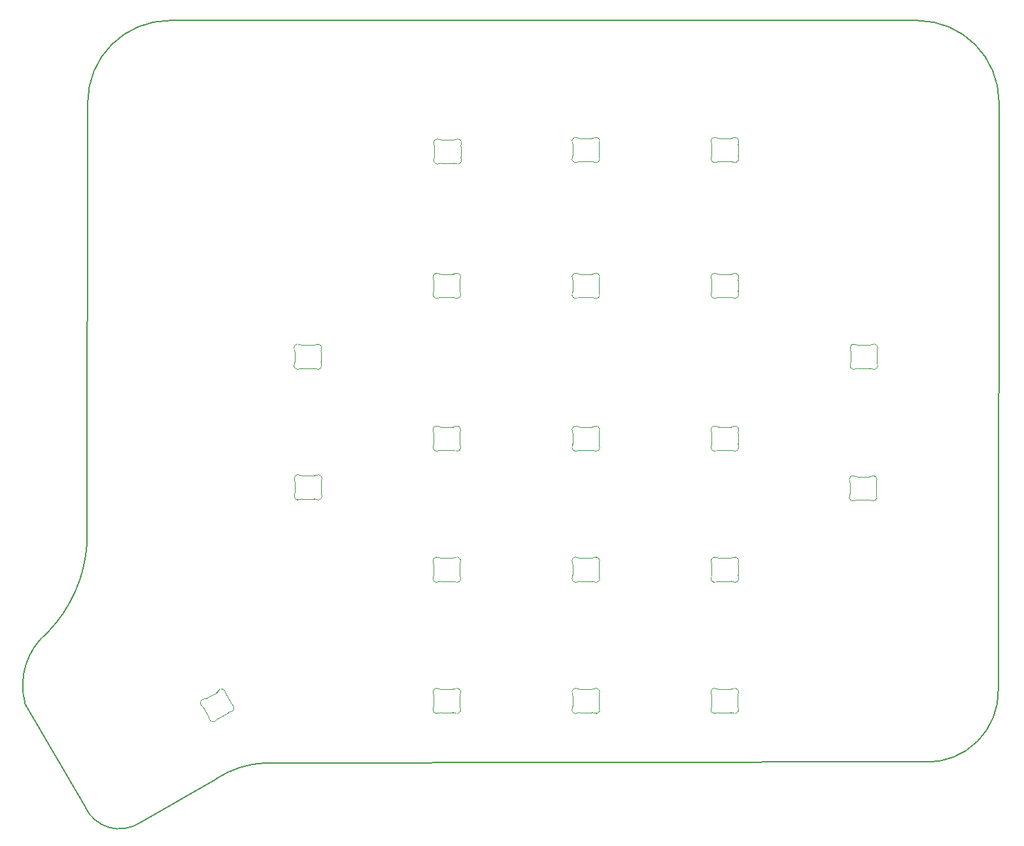
<source format=gm1>
%TF.GenerationSoftware,KiCad,Pcbnew,(6.0.5)*%
%TF.CreationDate,2022-06-01T16:59:18+01:00*%
%TF.ProjectId,Project Fauxbow,50726f6a-6563-4742-9046-617578626f77,rev?*%
%TF.SameCoordinates,Original*%
%TF.FileFunction,Profile,NP*%
%FSLAX46Y46*%
G04 Gerber Fmt 4.6, Leading zero omitted, Abs format (unit mm)*
G04 Created by KiCad (PCBNEW (6.0.5)) date 2022-06-01 16:59:18*
%MOMM*%
%LPD*%
G01*
G04 APERTURE LIST*
%TA.AperFunction,Profile*%
%ADD10C,0.200000*%
%TD*%
%TA.AperFunction,Profile*%
%ADD11C,0.100000*%
%TD*%
G04 APERTURE END LIST*
D10*
X139604674Y-138304674D02*
G75*
G03*
X144704668Y-126804668I-13072374J12678174D01*
G01*
X144504668Y-161004668D02*
X136700001Y-147500000D01*
X253204673Y-155104692D02*
G75*
G03*
X262704674Y-145704668I302127J9195192D01*
G01*
X155402334Y-59000000D02*
X252197666Y-59000000D01*
X151467497Y-163030123D02*
X161347263Y-157321153D01*
X262704674Y-145704668D02*
X262797666Y-69600000D01*
X139604670Y-138304670D02*
G75*
G03*
X136700001Y-147500000I5663970J-6845600D01*
G01*
X262797700Y-69600000D02*
G75*
G03*
X252197666Y-59000000I-10600100J-100D01*
G01*
X144704668Y-126804668D02*
X144802334Y-69600000D01*
X167904668Y-155204668D02*
X253204674Y-155104668D01*
X155402334Y-59000034D02*
G75*
G03*
X144802334Y-69600000I-34J-10599966D01*
G01*
X167904669Y-155204683D02*
G75*
G03*
X161347263Y-157321153I550131J-12921017D01*
G01*
X144504698Y-161004654D02*
G75*
G03*
X151467497Y-163030123I4394702J2126854D01*
G01*
D11*
X190605548Y-74480001D02*
X192194452Y-74480001D01*
X189700001Y-76682843D02*
X189700001Y-75277159D01*
X193099999Y-75277159D02*
X193099999Y-76682843D01*
X192194452Y-77480000D02*
X190605547Y-77480000D01*
X190605547Y-77480000D02*
G75*
G03*
X190353289Y-77548299I3J-500010D01*
G01*
X192446711Y-77548300D02*
G75*
G03*
X193149484Y-76899721I252258J431701D01*
G01*
X189650518Y-76899722D02*
G75*
G03*
X189700001Y-76682844I-450458J216862D01*
G01*
X192194452Y-74480001D02*
G75*
G03*
X192446710Y-74411702I-3J500009D01*
G01*
X192446711Y-77548300D02*
G75*
G03*
X192194453Y-77480001I-252261J-431710D01*
G01*
X193149484Y-75060281D02*
G75*
G03*
X192446711Y-74411704I-450515J216877D01*
G01*
X193149484Y-75060281D02*
G75*
G03*
X193099999Y-75277158I450505J-216876D01*
G01*
X189699991Y-75277159D02*
G75*
G03*
X189650516Y-75060281I-499391J159D01*
G01*
X190353291Y-74411699D02*
G75*
G03*
X189650516Y-75060282I-252261J-431701D01*
G01*
X193099999Y-76682843D02*
G75*
G03*
X193149484Y-76899721I499990J-2D01*
G01*
X190353289Y-74411702D02*
G75*
G03*
X190605548Y-74480001I252261J431712D01*
G01*
X189650516Y-76899721D02*
G75*
G03*
X190353289Y-77548299I450514J-216879D01*
G01*
X172505548Y-101080001D02*
X174094452Y-101080001D01*
X171600001Y-103282843D02*
X171600001Y-101877159D01*
X174999999Y-101877159D02*
X174999999Y-103282843D01*
X174094452Y-104080000D02*
X172505547Y-104080000D01*
X174999999Y-103282843D02*
G75*
G03*
X175049484Y-103499721I499990J-2D01*
G01*
X175049484Y-101660281D02*
G75*
G03*
X174999999Y-101877158I450505J-216876D01*
G01*
X175049484Y-101660281D02*
G75*
G03*
X174346711Y-101011704I-450515J216877D01*
G01*
X174346711Y-104148300D02*
G75*
G03*
X174094453Y-104080001I-252261J-431710D01*
G01*
X174094452Y-101080001D02*
G75*
G03*
X174346710Y-101011702I-3J500009D01*
G01*
X174346711Y-104148300D02*
G75*
G03*
X175049484Y-103499721I252258J431701D01*
G01*
X171550516Y-103499721D02*
G75*
G03*
X172253289Y-104148299I450514J-216879D01*
G01*
X172253289Y-101011702D02*
G75*
G03*
X172505548Y-101080001I252261J431712D01*
G01*
X171550515Y-103499721D02*
G75*
G03*
X171600001Y-103282844I-449815J216721D01*
G01*
X171600015Y-101877159D02*
G75*
G03*
X171550516Y-101660281I-499615J59D01*
G01*
X172505547Y-104080000D02*
G75*
G03*
X172253289Y-104148299I3J-500010D01*
G01*
X172253291Y-101011699D02*
G75*
G03*
X171550516Y-101660282I-252261J-431701D01*
G01*
X210094452Y-77280000D02*
X208505547Y-77280000D01*
X210999999Y-75077159D02*
X210999999Y-76482843D01*
X207600001Y-76482843D02*
X207600001Y-75077159D01*
X208505548Y-74280001D02*
X210094452Y-74280001D01*
X208505547Y-77280000D02*
G75*
G03*
X208253289Y-77348299I3J-500010D01*
G01*
X207550516Y-76699721D02*
G75*
G03*
X208253289Y-77348299I450514J-216879D01*
G01*
X208253291Y-74211699D02*
G75*
G03*
X207550516Y-74860282I-252261J-431701D01*
G01*
X207550515Y-76699721D02*
G75*
G03*
X207600001Y-76482844I-449815J216721D01*
G01*
X208253289Y-74211702D02*
G75*
G03*
X208505548Y-74280001I252261J431712D01*
G01*
X207600015Y-75077159D02*
G75*
G03*
X207550516Y-74860281I-499615J59D01*
G01*
X210346711Y-77348300D02*
G75*
G03*
X210094453Y-77280001I-252261J-431710D01*
G01*
X211049484Y-74860281D02*
G75*
G03*
X210999999Y-75077158I450505J-216876D01*
G01*
X210999999Y-76482843D02*
G75*
G03*
X211049484Y-76699721I499990J-2D01*
G01*
X210094452Y-74280001D02*
G75*
G03*
X210346710Y-74211702I-3J500009D01*
G01*
X210346711Y-77348300D02*
G75*
G03*
X211049484Y-76699721I252258J431701D01*
G01*
X211049484Y-74860281D02*
G75*
G03*
X210346711Y-74211704I-450515J216877D01*
G01*
X226505548Y-74280001D02*
X228094452Y-74280001D01*
X228094452Y-77280000D02*
X226505547Y-77280000D01*
X228999999Y-75077159D02*
X228999999Y-76482843D01*
X225600001Y-76482843D02*
X225600001Y-75077159D01*
X225550516Y-76699721D02*
G75*
G03*
X226253289Y-77348299I450514J-216879D01*
G01*
X226505547Y-77280000D02*
G75*
G03*
X226253289Y-77348299I3J-500010D01*
G01*
X226253291Y-74211699D02*
G75*
G03*
X225550516Y-74860282I-252261J-431701D01*
G01*
X228346711Y-77348300D02*
G75*
G03*
X228094453Y-77280001I-252261J-431710D01*
G01*
X225600015Y-75077159D02*
G75*
G03*
X225550516Y-74860281I-499615J59D01*
G01*
X228999999Y-76482843D02*
G75*
G03*
X229049484Y-76699721I499990J-2D01*
G01*
X225550515Y-76699721D02*
G75*
G03*
X225600001Y-76482844I-449815J216721D01*
G01*
X228094452Y-74280001D02*
G75*
G03*
X228346710Y-74211702I-3J500009D01*
G01*
X228346711Y-77348300D02*
G75*
G03*
X229049484Y-76699721I252258J431701D01*
G01*
X226253289Y-74211702D02*
G75*
G03*
X226505548Y-74280001I252261J431712D01*
G01*
X229049484Y-74860281D02*
G75*
G03*
X228999999Y-75077158I450505J-216876D01*
G01*
X229049484Y-74860281D02*
G75*
G03*
X228346711Y-74211704I-450515J216877D01*
G01*
X228999999Y-92677159D02*
X228999999Y-94082843D01*
X228094452Y-94880000D02*
X226505547Y-94880000D01*
X226505548Y-91880001D02*
X228094452Y-91880001D01*
X225600001Y-94082843D02*
X225600001Y-92677159D01*
X229049484Y-92460281D02*
G75*
G03*
X228346711Y-91811704I-450515J216877D01*
G01*
X225600015Y-92677159D02*
G75*
G03*
X225550516Y-92460281I-499615J59D01*
G01*
X229049484Y-92460281D02*
G75*
G03*
X228999999Y-92677158I450505J-216876D01*
G01*
X228094452Y-91880001D02*
G75*
G03*
X228346710Y-91811702I-3J500009D01*
G01*
X225550515Y-94299721D02*
G75*
G03*
X225600001Y-94082844I-449815J216721D01*
G01*
X225550516Y-94299721D02*
G75*
G03*
X226253289Y-94948299I450514J-216879D01*
G01*
X228999999Y-94082843D02*
G75*
G03*
X229049484Y-94299721I499990J-2D01*
G01*
X226253289Y-91811702D02*
G75*
G03*
X226505548Y-91880001I252261J431712D01*
G01*
X228346711Y-94948300D02*
G75*
G03*
X228094453Y-94880001I-252261J-431710D01*
G01*
X226253291Y-91811699D02*
G75*
G03*
X225550516Y-92460282I-252261J-431701D01*
G01*
X226505547Y-94880000D02*
G75*
G03*
X226253289Y-94948299I3J-500010D01*
G01*
X228346711Y-94948300D02*
G75*
G03*
X229049484Y-94299721I252258J431701D01*
G01*
X208505548Y-145680001D02*
X210094452Y-145680001D01*
X210094452Y-148680000D02*
X208505547Y-148680000D01*
X210999999Y-146477159D02*
X210999999Y-147882843D01*
X207600001Y-147882843D02*
X207600001Y-146477159D01*
X210346711Y-148748300D02*
G75*
G03*
X211049484Y-148099721I252258J431701D01*
G01*
X211049484Y-146260281D02*
G75*
G03*
X210999999Y-146477158I450505J-216876D01*
G01*
X208253289Y-145611702D02*
G75*
G03*
X208505548Y-145680001I252261J431712D01*
G01*
X207550515Y-148099721D02*
G75*
G03*
X207600001Y-147882844I-449815J216721D01*
G01*
X207600015Y-146477159D02*
G75*
G03*
X207550516Y-146260281I-499615J59D01*
G01*
X210999999Y-147882843D02*
G75*
G03*
X211049484Y-148099721I499990J-2D01*
G01*
X211049484Y-146260281D02*
G75*
G03*
X210346711Y-145611704I-450515J216877D01*
G01*
X210094452Y-145680001D02*
G75*
G03*
X210346710Y-145611702I-3J500009D01*
G01*
X208253291Y-145611699D02*
G75*
G03*
X207550516Y-146260282I-252261J-431701D01*
G01*
X210346711Y-148748300D02*
G75*
G03*
X210094453Y-148680001I-252261J-431710D01*
G01*
X207550516Y-148099721D02*
G75*
G03*
X208253289Y-148748299I450514J-216879D01*
G01*
X208505547Y-148680000D02*
G75*
G03*
X208253289Y-148748299I3J-500010D01*
G01*
X228094452Y-114680000D02*
X226505547Y-114680000D01*
X228999999Y-112477159D02*
X228999999Y-113882843D01*
X226505548Y-111680001D02*
X228094452Y-111680001D01*
X225600001Y-113882843D02*
X225600001Y-112477159D01*
X225600015Y-112477159D02*
G75*
G03*
X225550516Y-112260281I-499615J59D01*
G01*
X228999999Y-113882843D02*
G75*
G03*
X229049484Y-114099721I499990J-2D01*
G01*
X229049484Y-112260281D02*
G75*
G03*
X228346711Y-111611704I-450515J216877D01*
G01*
X228094452Y-111680001D02*
G75*
G03*
X228346710Y-111611702I-3J500009D01*
G01*
X228346711Y-114748300D02*
G75*
G03*
X228094453Y-114680001I-252261J-431710D01*
G01*
X226505547Y-114680000D02*
G75*
G03*
X226253289Y-114748299I3J-500010D01*
G01*
X226253291Y-111611699D02*
G75*
G03*
X225550516Y-112260282I-252261J-431701D01*
G01*
X225550516Y-114099721D02*
G75*
G03*
X226253289Y-114748299I450514J-216879D01*
G01*
X225550515Y-114099721D02*
G75*
G03*
X225600001Y-113882844I-449815J216721D01*
G01*
X228346711Y-114748300D02*
G75*
G03*
X229049484Y-114099721I252258J431701D01*
G01*
X226253289Y-111611702D02*
G75*
G03*
X226505548Y-111680001I252261J431712D01*
G01*
X229049484Y-112260281D02*
G75*
G03*
X228999999Y-112477158I450505J-216876D01*
G01*
X171635001Y-120202843D02*
X171635001Y-118797159D01*
X175034999Y-118797159D02*
X175034999Y-120202843D01*
X172540548Y-118000001D02*
X174129452Y-118000001D01*
X174129452Y-121000000D02*
X172540547Y-121000000D01*
X172540547Y-121000000D02*
G75*
G03*
X172288289Y-121068299I3J-500010D01*
G01*
X174381711Y-121068300D02*
G75*
G03*
X174129453Y-121000001I-252261J-431710D01*
G01*
X171635015Y-118797159D02*
G75*
G03*
X171585516Y-118580281I-499615J59D01*
G01*
X174129452Y-118000001D02*
G75*
G03*
X174381710Y-117931702I-3J500009D01*
G01*
X171585515Y-120419721D02*
G75*
G03*
X171635001Y-120202844I-449815J216721D01*
G01*
X171585516Y-120419721D02*
G75*
G03*
X172288289Y-121068299I450514J-216879D01*
G01*
X175084484Y-118580281D02*
G75*
G03*
X174381711Y-117931704I-450515J216877D01*
G01*
X175084484Y-118580281D02*
G75*
G03*
X175034999Y-118797158I450505J-216876D01*
G01*
X174381711Y-121068300D02*
G75*
G03*
X175084484Y-120419721I252258J431701D01*
G01*
X172288289Y-117931702D02*
G75*
G03*
X172540548Y-118000001I252261J431712D01*
G01*
X172288291Y-117931699D02*
G75*
G03*
X171585516Y-118580282I-252261J-431701D01*
G01*
X175034999Y-120202843D02*
G75*
G03*
X175084484Y-120419721I499990J-2D01*
G01*
X192094452Y-148680000D02*
X190505547Y-148680000D01*
X189600001Y-147882843D02*
X189600001Y-146477159D01*
X190505548Y-145680001D02*
X192094452Y-145680001D01*
X192999999Y-146477159D02*
X192999999Y-147882843D01*
X192999999Y-147882843D02*
G75*
G03*
X193049484Y-148099721I499990J-2D01*
G01*
X190253289Y-145611702D02*
G75*
G03*
X190505548Y-145680001I252261J431712D01*
G01*
X189550515Y-148099721D02*
G75*
G03*
X189600001Y-147882844I-449815J216721D01*
G01*
X192346711Y-148748300D02*
G75*
G03*
X193049484Y-148099721I252258J431701D01*
G01*
X193049484Y-146260281D02*
G75*
G03*
X192346711Y-145611704I-450515J216877D01*
G01*
X189550516Y-148099721D02*
G75*
G03*
X190253289Y-148748299I450514J-216879D01*
G01*
X190505547Y-148680000D02*
G75*
G03*
X190253289Y-148748299I3J-500010D01*
G01*
X193049484Y-146260281D02*
G75*
G03*
X192999999Y-146477158I450505J-216876D01*
G01*
X190253291Y-145611699D02*
G75*
G03*
X189550516Y-146260282I-252261J-431701D01*
G01*
X192094452Y-145680001D02*
G75*
G03*
X192346710Y-145611702I-3J500009D01*
G01*
X192346711Y-148748300D02*
G75*
G03*
X192094453Y-148680001I-252261J-431710D01*
G01*
X189600015Y-146477159D02*
G75*
G03*
X189550516Y-146260281I-499615J59D01*
G01*
X192094452Y-94880000D02*
X190505547Y-94880000D01*
X190505548Y-91880001D02*
X192094452Y-91880001D01*
X189600001Y-94082843D02*
X189600001Y-92677159D01*
X192999999Y-92677159D02*
X192999999Y-94082843D01*
X192346711Y-94948300D02*
G75*
G03*
X193049484Y-94299721I252258J431701D01*
G01*
X189600015Y-92677159D02*
G75*
G03*
X189550516Y-92460281I-499615J59D01*
G01*
X189550515Y-94299721D02*
G75*
G03*
X189600001Y-94082844I-449815J216721D01*
G01*
X190505547Y-94880000D02*
G75*
G03*
X190253289Y-94948299I3J-500010D01*
G01*
X192999999Y-94082843D02*
G75*
G03*
X193049484Y-94299721I499990J-2D01*
G01*
X189550516Y-94299721D02*
G75*
G03*
X190253289Y-94948299I450514J-216879D01*
G01*
X193049484Y-92460281D02*
G75*
G03*
X192346711Y-91811704I-450515J216877D01*
G01*
X193049484Y-92460281D02*
G75*
G03*
X192999999Y-92677158I450505J-216876D01*
G01*
X190253289Y-91811702D02*
G75*
G03*
X190505548Y-91880001I252261J431712D01*
G01*
X190253291Y-91811699D02*
G75*
G03*
X189550516Y-92460282I-252261J-431701D01*
G01*
X192094452Y-91880001D02*
G75*
G03*
X192346710Y-91811702I-3J500009D01*
G01*
X192346711Y-94948300D02*
G75*
G03*
X192094453Y-94880001I-252261J-431710D01*
G01*
X244505548Y-101080001D02*
X246094452Y-101080001D01*
X243600001Y-103282843D02*
X243600001Y-101877159D01*
X246094452Y-104080000D02*
X244505547Y-104080000D01*
X246999999Y-101877159D02*
X246999999Y-103282843D01*
X244253291Y-101011699D02*
G75*
G03*
X243550516Y-101660282I-252261J-431701D01*
G01*
X246346711Y-104148300D02*
G75*
G03*
X246094453Y-104080001I-252261J-431710D01*
G01*
X246094452Y-101080001D02*
G75*
G03*
X246346710Y-101011702I-3J500009D01*
G01*
X244505547Y-104080000D02*
G75*
G03*
X244253289Y-104148299I3J-500010D01*
G01*
X246346711Y-104148300D02*
G75*
G03*
X247049484Y-103499721I252258J431701D01*
G01*
X247049484Y-101660281D02*
G75*
G03*
X246346711Y-101011704I-450515J216877D01*
G01*
X244253289Y-101011702D02*
G75*
G03*
X244505548Y-101080001I252261J431712D01*
G01*
X247049484Y-101660281D02*
G75*
G03*
X246999999Y-101877158I450505J-216876D01*
G01*
X243550515Y-103499721D02*
G75*
G03*
X243600001Y-103282844I-449815J216721D01*
G01*
X246999999Y-103282843D02*
G75*
G03*
X247049484Y-103499721I499990J-2D01*
G01*
X243600015Y-101877159D02*
G75*
G03*
X243550516Y-101660281I-499615J59D01*
G01*
X243550516Y-103499721D02*
G75*
G03*
X244253289Y-104148299I450514J-216879D01*
G01*
X228999999Y-129477159D02*
X228999999Y-130882843D01*
X228094452Y-131680000D02*
X226505547Y-131680000D01*
X225600001Y-130882843D02*
X225600001Y-129477159D01*
X226505548Y-128680001D02*
X228094452Y-128680001D01*
X225550515Y-131099721D02*
G75*
G03*
X225600001Y-130882844I-449815J216721D01*
G01*
X226253289Y-128611702D02*
G75*
G03*
X226505548Y-128680001I252261J431712D01*
G01*
X228346711Y-131748300D02*
G75*
G03*
X228094453Y-131680001I-252261J-431710D01*
G01*
X229049484Y-129260281D02*
G75*
G03*
X228346711Y-128611704I-450515J216877D01*
G01*
X226253291Y-128611699D02*
G75*
G03*
X225550516Y-129260282I-252261J-431701D01*
G01*
X225600015Y-129477159D02*
G75*
G03*
X225550516Y-129260281I-499615J59D01*
G01*
X228999999Y-130882843D02*
G75*
G03*
X229049484Y-131099721I499990J-2D01*
G01*
X228094452Y-128680001D02*
G75*
G03*
X228346710Y-128611702I-3J500009D01*
G01*
X228346711Y-131748300D02*
G75*
G03*
X229049484Y-131099721I252258J431701D01*
G01*
X225550516Y-131099721D02*
G75*
G03*
X226253289Y-131748299I450514J-216879D01*
G01*
X229049484Y-129260281D02*
G75*
G03*
X228999999Y-129477158I450505J-216876D01*
G01*
X226505547Y-131680000D02*
G75*
G03*
X226253289Y-131748299I3J-500010D01*
G01*
X210094452Y-114680000D02*
X208505547Y-114680000D01*
X207600001Y-113882843D02*
X207600001Y-112477159D01*
X210999999Y-112477159D02*
X210999999Y-113882843D01*
X208505548Y-111680001D02*
X210094452Y-111680001D01*
X210346711Y-114748300D02*
G75*
G03*
X210094453Y-114680001I-252261J-431710D01*
G01*
X210999999Y-113882843D02*
G75*
G03*
X211049484Y-114099721I499990J-2D01*
G01*
X210094452Y-111680001D02*
G75*
G03*
X210346710Y-111611702I-3J500009D01*
G01*
X210346711Y-114748300D02*
G75*
G03*
X211049484Y-114099721I252258J431701D01*
G01*
X208253291Y-111611699D02*
G75*
G03*
X207550516Y-112260282I-252261J-431701D01*
G01*
X208253289Y-111611702D02*
G75*
G03*
X208505548Y-111680001I252261J431712D01*
G01*
X207550515Y-114099721D02*
G75*
G03*
X207600001Y-113882844I-449815J216721D01*
G01*
X211049484Y-112260281D02*
G75*
G03*
X210999999Y-112477158I450505J-216876D01*
G01*
X207600015Y-112477159D02*
G75*
G03*
X207550516Y-112260281I-499615J59D01*
G01*
X211049484Y-112260281D02*
G75*
G03*
X210346711Y-111611704I-450515J216877D01*
G01*
X208505547Y-114680000D02*
G75*
G03*
X208253289Y-114748299I3J-500010D01*
G01*
X207550516Y-114099721D02*
G75*
G03*
X208253289Y-114748299I450514J-216879D01*
G01*
X192999999Y-129477159D02*
X192999999Y-130882843D01*
X190505548Y-128680001D02*
X192094452Y-128680001D01*
X192094452Y-131680000D02*
X190505547Y-131680000D01*
X189600001Y-130882843D02*
X189600001Y-129477159D01*
X193049484Y-129260281D02*
G75*
G03*
X192346711Y-128611704I-450515J216877D01*
G01*
X192999999Y-130882843D02*
G75*
G03*
X193049484Y-131099721I499990J-2D01*
G01*
X190253291Y-128611699D02*
G75*
G03*
X189550516Y-129260282I-252261J-431701D01*
G01*
X189550516Y-131099721D02*
G75*
G03*
X190253289Y-131748299I450514J-216879D01*
G01*
X192094452Y-128680001D02*
G75*
G03*
X192346710Y-128611702I-3J500009D01*
G01*
X192346711Y-131748300D02*
G75*
G03*
X193049484Y-131099721I252258J431701D01*
G01*
X192346711Y-131748300D02*
G75*
G03*
X192094453Y-131680001I-252261J-431710D01*
G01*
X193049484Y-129260281D02*
G75*
G03*
X192999999Y-129477158I450505J-216876D01*
G01*
X189550515Y-131099721D02*
G75*
G03*
X189600001Y-130882844I-449815J216721D01*
G01*
X189600015Y-129477159D02*
G75*
G03*
X189550516Y-129260281I-499615J59D01*
G01*
X190253289Y-128611702D02*
G75*
G03*
X190505548Y-128680001I252261J431712D01*
G01*
X190505547Y-131680000D02*
G75*
G03*
X190253289Y-131748299I3J-500010D01*
G01*
X162695870Y-146312171D02*
X163398712Y-147529529D01*
X163013064Y-148672661D02*
X161637032Y-149467114D01*
X160454227Y-149229528D02*
X159751385Y-148012170D01*
X160137033Y-146869038D02*
X161513064Y-146074586D01*
X160519811Y-149442093D02*
G75*
G03*
X161452719Y-149652391I498596J37435D01*
G01*
X162630286Y-146099607D02*
G75*
G03*
X162695869Y-146312170I498587J37432D01*
G01*
X162630287Y-146099607D02*
G75*
G03*
X161697378Y-145889309I-498596J-37437D01*
G01*
X159884421Y-146936019D02*
G75*
G03*
X160137033Y-146869038I2608J500004D01*
G01*
X160519811Y-149442093D02*
G75*
G03*
X160454228Y-149229529I-497913J-37222D01*
G01*
X159884421Y-146936016D02*
G75*
G03*
X159600091Y-147849092I-2614J-499994D01*
G01*
X159751397Y-148012163D02*
G75*
G03*
X159600091Y-147849091I-432708J-249757D01*
G01*
X163398712Y-147529529D02*
G75*
G03*
X163550006Y-147692609I433005J249993D01*
G01*
X161513064Y-146074586D02*
G75*
G03*
X161697376Y-145889308I-250007J433019D01*
G01*
X163265676Y-148605680D02*
G75*
G03*
X163550006Y-147692609I2612J499992D01*
G01*
X163265676Y-148605681D02*
G75*
G03*
X163013065Y-148672661I-2609J-500002D01*
G01*
X161637032Y-149467114D02*
G75*
G03*
X161452719Y-149652391I249983J-432998D01*
G01*
X207600001Y-94082843D02*
X207600001Y-92677159D01*
X210999999Y-92677159D02*
X210999999Y-94082843D01*
X208505548Y-91880001D02*
X210094452Y-91880001D01*
X210094452Y-94880000D02*
X208505547Y-94880000D01*
X210094452Y-91880001D02*
G75*
G03*
X210346710Y-91811702I-3J500009D01*
G01*
X207550516Y-94299721D02*
G75*
G03*
X208253289Y-94948299I450514J-216879D01*
G01*
X207550515Y-94299721D02*
G75*
G03*
X207600001Y-94082844I-449815J216721D01*
G01*
X208253291Y-91811699D02*
G75*
G03*
X207550516Y-92460282I-252261J-431701D01*
G01*
X211049484Y-92460281D02*
G75*
G03*
X210999999Y-92677158I450505J-216876D01*
G01*
X210999999Y-94082843D02*
G75*
G03*
X211049484Y-94299721I499990J-2D01*
G01*
X208253289Y-91811702D02*
G75*
G03*
X208505548Y-91880001I252261J431712D01*
G01*
X210346711Y-94948300D02*
G75*
G03*
X211049484Y-94299721I252258J431701D01*
G01*
X208505547Y-94880000D02*
G75*
G03*
X208253289Y-94948299I3J-500010D01*
G01*
X207600015Y-92677159D02*
G75*
G03*
X207550516Y-92460281I-499615J59D01*
G01*
X211049484Y-92460281D02*
G75*
G03*
X210346711Y-91811704I-450515J216877D01*
G01*
X210346711Y-94948300D02*
G75*
G03*
X210094453Y-94880001I-252261J-431710D01*
G01*
X245994452Y-121140000D02*
X244405547Y-121140000D01*
X246899999Y-118937159D02*
X246899999Y-120342843D01*
X243500001Y-120342843D02*
X243500001Y-118937159D01*
X244405548Y-118140001D02*
X245994452Y-118140001D01*
X244153291Y-118071699D02*
G75*
G03*
X243450516Y-118720282I-252261J-431701D01*
G01*
X243450515Y-120559721D02*
G75*
G03*
X243500001Y-120342844I-449815J216721D01*
G01*
X246949484Y-118720281D02*
G75*
G03*
X246246711Y-118071704I-450515J216877D01*
G01*
X246246711Y-121208300D02*
G75*
G03*
X245994453Y-121140001I-252261J-431710D01*
G01*
X244405547Y-121140000D02*
G75*
G03*
X244153289Y-121208299I3J-500010D01*
G01*
X246899999Y-120342843D02*
G75*
G03*
X246949484Y-120559721I499990J-2D01*
G01*
X246246711Y-121208300D02*
G75*
G03*
X246949484Y-120559721I252258J431701D01*
G01*
X243500015Y-118937159D02*
G75*
G03*
X243450516Y-118720281I-499615J59D01*
G01*
X244153289Y-118071702D02*
G75*
G03*
X244405548Y-118140001I252261J431712D01*
G01*
X243450516Y-120559721D02*
G75*
G03*
X244153289Y-121208299I450514J-216879D01*
G01*
X246949484Y-118720281D02*
G75*
G03*
X246899999Y-118937158I450505J-216876D01*
G01*
X245994452Y-118140001D02*
G75*
G03*
X246246710Y-118071702I-3J500009D01*
G01*
X190505548Y-111680001D02*
X192094452Y-111680001D01*
X192999999Y-112477159D02*
X192999999Y-113882843D01*
X189600001Y-113882843D02*
X189600001Y-112477159D01*
X192094452Y-114680000D02*
X190505547Y-114680000D01*
X189550516Y-114099721D02*
G75*
G03*
X190253289Y-114748299I450514J-216879D01*
G01*
X193049484Y-112260281D02*
G75*
G03*
X192346711Y-111611704I-450515J216877D01*
G01*
X192094452Y-111680001D02*
G75*
G03*
X192346710Y-111611702I-3J500009D01*
G01*
X192346711Y-114748300D02*
G75*
G03*
X192094453Y-114680001I-252261J-431710D01*
G01*
X189600015Y-112477159D02*
G75*
G03*
X189550516Y-112260281I-499615J59D01*
G01*
X192346711Y-114748300D02*
G75*
G03*
X193049484Y-114099721I252258J431701D01*
G01*
X190505547Y-114680000D02*
G75*
G03*
X190253289Y-114748299I3J-500010D01*
G01*
X190253291Y-111611699D02*
G75*
G03*
X189550516Y-112260282I-252261J-431701D01*
G01*
X192999999Y-113882843D02*
G75*
G03*
X193049484Y-114099721I499990J-2D01*
G01*
X190253289Y-111611702D02*
G75*
G03*
X190505548Y-111680001I252261J431712D01*
G01*
X189550515Y-114099721D02*
G75*
G03*
X189600001Y-113882844I-449815J216721D01*
G01*
X193049484Y-112260281D02*
G75*
G03*
X192999999Y-112477158I450505J-216876D01*
G01*
X207600001Y-130882843D02*
X207600001Y-129477159D01*
X210999999Y-129477159D02*
X210999999Y-130882843D01*
X208505548Y-128680001D02*
X210094452Y-128680001D01*
X210094452Y-131680000D02*
X208505547Y-131680000D01*
X208253289Y-128611702D02*
G75*
G03*
X208505548Y-128680001I252261J431712D01*
G01*
X210346711Y-131748300D02*
G75*
G03*
X211049484Y-131099721I252258J431701D01*
G01*
X208505547Y-131680000D02*
G75*
G03*
X208253289Y-131748299I3J-500010D01*
G01*
X210999999Y-130882843D02*
G75*
G03*
X211049484Y-131099721I499990J-2D01*
G01*
X208253291Y-128611699D02*
G75*
G03*
X207550516Y-129260282I-252261J-431701D01*
G01*
X211049484Y-129260281D02*
G75*
G03*
X210346711Y-128611704I-450515J216877D01*
G01*
X210346711Y-131748300D02*
G75*
G03*
X210094453Y-131680001I-252261J-431710D01*
G01*
X211049484Y-129260281D02*
G75*
G03*
X210999999Y-129477158I450505J-216876D01*
G01*
X207550515Y-131099721D02*
G75*
G03*
X207600001Y-130882844I-449815J216721D01*
G01*
X207550516Y-131099721D02*
G75*
G03*
X208253289Y-131748299I450514J-216879D01*
G01*
X210094452Y-128680001D02*
G75*
G03*
X210346710Y-128611702I-3J500009D01*
G01*
X207600015Y-129477159D02*
G75*
G03*
X207550516Y-129260281I-499615J59D01*
G01*
X226490548Y-145680001D02*
X228079452Y-145680001D01*
X228984999Y-146477159D02*
X228984999Y-147882843D01*
X228079452Y-148680000D02*
X226490547Y-148680000D01*
X225585001Y-147882843D02*
X225585001Y-146477159D01*
X228984999Y-147882843D02*
G75*
G03*
X229034484Y-148099721I499990J-2D01*
G01*
X228331711Y-148748300D02*
G75*
G03*
X229034484Y-148099721I252258J431701D01*
G01*
X229034484Y-146260281D02*
G75*
G03*
X228331711Y-145611704I-450515J216877D01*
G01*
X226238291Y-145611699D02*
G75*
G03*
X225535516Y-146260282I-252261J-431701D01*
G01*
X226238289Y-145611702D02*
G75*
G03*
X226490548Y-145680001I252261J431712D01*
G01*
X225585015Y-146477159D02*
G75*
G03*
X225535516Y-146260281I-499615J59D01*
G01*
X228079452Y-145680001D02*
G75*
G03*
X228331710Y-145611702I-3J500009D01*
G01*
X225535516Y-148099721D02*
G75*
G03*
X226238289Y-148748299I450514J-216879D01*
G01*
X228331711Y-148748300D02*
G75*
G03*
X228079453Y-148680001I-252261J-431710D01*
G01*
X225535515Y-148099721D02*
G75*
G03*
X225585001Y-147882844I-449815J216721D01*
G01*
X226490547Y-148680000D02*
G75*
G03*
X226238289Y-148748299I3J-500010D01*
G01*
X229034484Y-146260281D02*
G75*
G03*
X228984999Y-146477158I450505J-216876D01*
G01*
M02*

</source>
